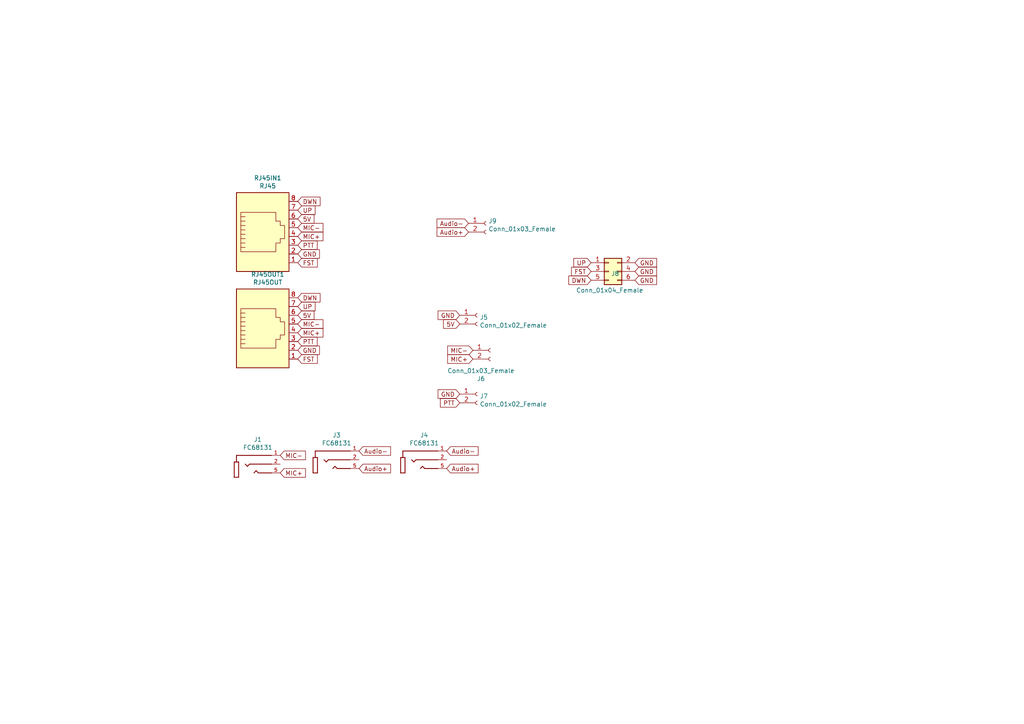
<source format=kicad_sch>
(kicad_sch (version 20210621) (generator eeschema)
  (paper "A4")
  (title_block (title "Mikadpater FT81X") (date "2021-09-30") (rev "1.1") (company "DO7GN"))
  (lib_symbols
    (symbol "Connector:Conn_01x02_Female" (pin_names (offset 1.016) hide)
      (property "Reference" "J" (at 0 2.54 0))
      (property "Value" "Conn_01x02_Female" (at 0 -5.08 0))
      (symbol "Conn_01x02_Female_1_1"
        (arc (start 0 -2.032) (end 0 -3.048) (radius (at 0 -2.54) (length 0.508) (angles 90.1 -90.1)) (stroke (width 0.1524)))
        (arc (start 0 0.508) (end 0 -0.508) (radius (at 0 0) (length 0.508) (angles 90.1 -90.1)) (stroke (width 0.1524)))
        (polyline (pts (xy -1.27 -2.54) (xy -0.508 -2.54)) (stroke (width 0.1524)))
        (polyline (pts (xy -1.27 0) (xy -0.508 0)) (stroke (width 0.1524)))
        (pin passive line (at -5.08 0 0) (length 3.81) (name "Pin_1") (number "1"))
        (pin passive line (at -5.08 -2.54 0) (length 3.81) (name "Pin_2") (number "2"))
      )
    )
    (symbol "Connector:RJ45" (pin_names (offset 1.016))
      (property "Reference" "J" (at -5.08 13.97 0))
      (property "Value" "RJ45" (at 2.54 13.97 0))
      (symbol "RJ45_0_1"
        (rectangle (start 7.62 12.7) (end -7.62 -10.16) (stroke (width 0.254)) (fill (type background)))
        (polyline (pts (xy -5.08 4.445) (xy -6.35 4.445)))
        (polyline (pts (xy -5.08 5.715) (xy -6.35 5.715)))
        (polyline (pts (xy -6.35 -3.175) (xy -5.08 -3.175) (xy -5.08 -3.175)))
        (polyline (pts (xy -6.35 -1.905) (xy -5.08 -1.905) (xy -5.08 -1.905)))
        (polyline (pts (xy -6.35 -0.635) (xy -5.08 -0.635) (xy -5.08 -0.635)))
        (polyline (pts (xy -6.35 0.635) (xy -5.08 0.635) (xy -5.08 0.635)))
        (polyline (pts (xy -6.35 1.905) (xy -5.08 1.905) (xy -5.08 1.905)))
        (polyline (pts (xy -5.08 3.175) (xy -6.35 3.175) (xy -6.35 3.175)))
        (polyline (pts (xy -6.35 -4.445) (xy -6.35 6.985) (xy 3.81 6.985) (xy 3.81 4.445) (xy 5.08 4.445) (xy 5.08 3.175) (xy 6.35 3.175) (xy 6.35 -0.635) (xy 5.08 -0.635) (xy 5.08 -1.905) (xy 3.81 -1.905) (xy 3.81 -4.445) (xy -6.35 -4.445) (xy -6.35 -4.445)))
      )
      (symbol "RJ45_1_1"
        (pin passive line (at 10.16 -7.62 180) (length 2.54) (name "~") (number "1"))
        (pin passive line (at 10.16 -5.08 180) (length 2.54) (name "~") (number "2"))
        (pin passive line (at 10.16 -2.54 180) (length 2.54) (name "~") (number "3"))
        (pin passive line (at 10.16 0 180) (length 2.54) (name "~") (number "4"))
        (pin passive line (at 10.16 2.54 180) (length 2.54) (name "~") (number "5"))
        (pin passive line (at 10.16 5.08 180) (length 2.54) (name "~") (number "6"))
        (pin passive line (at 10.16 7.62 180) (length 2.54) (name "~") (number "7"))
        (pin passive line (at 10.16 10.16 180) (length 2.54) (name "~") (number "8"))
      )
    )
    (symbol "Connector_Generic:Conn_02x03_Odd_Even" (pin_names (offset 1.016) hide)
      (property "Reference" "J" (at 1.27 5.08 0))
      (property "Value" "Conn_02x03_Odd_Even" (at 1.27 -5.08 0))
      (symbol "Conn_02x03_Odd_Even_1_1"
        (rectangle (start -1.27 -2.413) (end 0 -2.667) (stroke (width 0.1524)))
        (rectangle (start -1.27 0.127) (end 0 -0.127) (stroke (width 0.1524)))
        (rectangle (start -1.27 2.667) (end 0 2.413) (stroke (width 0.1524)))
        (rectangle (start 3.81 -2.413) (end 2.54 -2.667) (stroke (width 0.1524)))
        (rectangle (start 3.81 0.127) (end 2.54 -0.127) (stroke (width 0.1524)))
        (rectangle (start 3.81 2.667) (end 2.54 2.413) (stroke (width 0.1524)))
        (rectangle (start -1.27 3.81) (end 3.81 -3.81) (stroke (width 0.254)) (fill (type background)))
        (pin passive line (at -5.08 2.54 0) (length 3.81) (name "Pin_1") (number "1"))
        (pin passive line (at 7.62 2.54 180) (length 3.81) (name "Pin_2") (number "2"))
        (pin passive line (at -5.08 0 0) (length 3.81) (name "Pin_3") (number "3"))
        (pin passive line (at 7.62 0 180) (length 3.81) (name "Pin_4") (number "4"))
        (pin passive line (at -5.08 -2.54 0) (length 3.81) (name "Pin_5") (number "5"))
        (pin passive line (at 7.62 -2.54 180) (length 3.81) (name "Pin_6") (number "6"))
      )
    )
    (symbol "FC68131:FC68131" (pin_names (offset 1.016) hide)
      (property "Reference" "J" (at -5.08 2.54 0))
      (property "Value" "FC68131" (at -5.08 -10.16 0))
      (symbol "FC68131_0_0"
        (polyline (pts (xy -5.715 -6.35) (xy -5.715 -1.905)) (stroke (width 0.254)))
        (polyline (pts (xy -5.715 -1.905) (xy -5.08 -1.905)) (stroke (width 0.254)))
        (polyline (pts (xy -5.08 -1.905) (xy -4.445 -1.905)) (stroke (width 0.254)))
        (polyline (pts (xy -5.08 0) (xy -5.08 -1.905)) (stroke (width 0.254)))
        (polyline (pts (xy -4.445 -6.35) (xy -5.715 -6.35)) (stroke (width 0.254)))
        (polyline (pts (xy -4.445 -1.905) (xy -4.445 -6.35)) (stroke (width 0.254)))
        (polyline (pts (xy -1.905 -3.175) (xy -2.54 -2.54)) (stroke (width 0.254)))
        (polyline (pts (xy -1.27 -2.54) (xy -1.905 -3.175)) (stroke (width 0.254)))
        (polyline (pts (xy 0.635 -4.445) (xy 0 -5.08)) (stroke (width 0.254)))
        (polyline (pts (xy 1.27 -5.08) (xy 0.635 -4.445)) (stroke (width 0.254)))
        (polyline (pts (xy 5.08 -5.08) (xy 1.27 -5.08)) (stroke (width 0.254)))
        (polyline (pts (xy 5.08 -2.54) (xy -1.27 -2.54)) (stroke (width 0.254)))
        (polyline (pts (xy 5.08 0) (xy -5.08 0)) (stroke (width 0.254)))
        (pin passive line (at 7.62 0 180) (length 2.54) (name "~") (number "1"))
        (pin passive line (at 7.62 -2.54 180) (length 2.54) (name "~") (number "2"))
        (pin passive line (at 7.62 -5.08 180) (length 2.54) (name "~") (number "5"))
      )
    )
  )
  (global_label "MIC-" (shape input) (at 81.28 132.08 0) (property "Zwischen-Schaltplan-Referenzen" "${INTERSHEET_REFS}" (effects hide)))
  (global_label "MIC+" (shape input) (at 81.28 137.16 0) (property "Zwischen-Schaltplan-Referenzen" "${INTERSHEET_REFS}" (effects hide)))
  (global_label "DWN" (shape input) (at 86.36 58.42 0) (property "Zwischen-Schaltplan-Referenzen" "${INTERSHEET_REFS}" (effects hide)))
  (global_label "UP" (shape input) (at 86.36 60.96 0) (property "Zwischen-Schaltplan-Referenzen" "${INTERSHEET_REFS}" (effects hide)))
  (global_label "5V" (shape input) (at 86.36 63.5 0) (property "Zwischen-Schaltplan-Referenzen" "${INTERSHEET_REFS}" (effects hide)))
  (global_label "MIC-" (shape input) (at 86.36 66.04 0) (property "Zwischen-Schaltplan-Referenzen" "${INTERSHEET_REFS}" (effects hide)))
  (global_label "MIC+" (shape input) (at 86.36 68.58 0) (property "Zwischen-Schaltplan-Referenzen" "${INTERSHEET_REFS}" (effects hide)))
  (global_label "PTT" (shape input) (at 86.36 71.12 0) (property "Zwischen-Schaltplan-Referenzen" "${INTERSHEET_REFS}" (effects hide)))
  (global_label "GND" (shape input) (at 86.36 73.66 0) (property "Zwischen-Schaltplan-Referenzen" "${INTERSHEET_REFS}" (effects hide)))
  (global_label "FST" (shape input) (at 86.36 76.2 0) (property "Zwischen-Schaltplan-Referenzen" "${INTERSHEET_REFS}" (effects hide)))
  (global_label "DWN" (shape input) (at 86.36 86.36 0) (property "Zwischen-Schaltplan-Referenzen" "${INTERSHEET_REFS}" (effects hide)))
  (global_label "UP" (shape input) (at 86.36 88.9 0) (property "Zwischen-Schaltplan-Referenzen" "${INTERSHEET_REFS}" (effects hide)))
  (global_label "5V" (shape input) (at 86.36 91.44 0) (property "Zwischen-Schaltplan-Referenzen" "${INTERSHEET_REFS}" (effects hide)))
  (global_label "MIC-" (shape input) (at 86.36 93.98 0) (property "Zwischen-Schaltplan-Referenzen" "${INTERSHEET_REFS}" (effects hide)))
  (global_label "MIC+" (shape input) (at 86.36 96.52 0) (property "Zwischen-Schaltplan-Referenzen" "${INTERSHEET_REFS}" (effects hide)))
  (global_label "PTT" (shape input) (at 86.36 99.06 0) (property "Zwischen-Schaltplan-Referenzen" "${INTERSHEET_REFS}" (effects hide)))
  (global_label "GND" (shape input) (at 86.36 101.6 0) (property "Zwischen-Schaltplan-Referenzen" "${INTERSHEET_REFS}" (effects hide)))
  (global_label "FST" (shape input) (at 86.36 104.14 0) (property "Zwischen-Schaltplan-Referenzen" "${INTERSHEET_REFS}" (effects hide)))
  (global_label "Audio-" (shape input) (at 104.14 130.81 0) (property "Zwischen-Schaltplan-Referenzen" "${INTERSHEET_REFS}" (effects hide)))
  (global_label "Audio+" (shape input) (at 104.14 135.89 0) (property "Zwischen-Schaltplan-Referenzen" "${INTERSHEET_REFS}" (effects hide)))
  (global_label "Audio-" (shape input) (at 129.54 130.81 0) (property "Zwischen-Schaltplan-Referenzen" "${INTERSHEET_REFS}" (effects hide)))
  (global_label "Audio+" (shape input) (at 129.54 135.89 0) (property "Zwischen-Schaltplan-Referenzen" "${INTERSHEET_REFS}" (effects hide)))
  (global_label "GND" (shape input) (at 133.35 91.44 180) (property "Zwischen-Schaltplan-Referenzen" "${INTERSHEET_REFS}" (effects hide)))
  (global_label "5V" (shape input) (at 133.35 93.98 180) (property "Zwischen-Schaltplan-Referenzen" "${INTERSHEET_REFS}" (effects hide)))
  (global_label "GND" (shape input) (at 133.35 114.3 180) (property "Zwischen-Schaltplan-Referenzen" "${INTERSHEET_REFS}" (effects hide)))
  (global_label "PTT" (shape input) (at 133.35 116.84 180) (property "Zwischen-Schaltplan-Referenzen" "${INTERSHEET_REFS}" (effects hide)))
  (global_label "Audio-" (shape input) (at 135.89 64.77 180) (property "Zwischen-Schaltplan-Referenzen" "${INTERSHEET_REFS}" (effects hide)))
  (global_label "Audio+" (shape input) (at 135.89 67.31 180) (property "Zwischen-Schaltplan-Referenzen" "${INTERSHEET_REFS}" (effects hide)))
  (global_label "MIC-" (shape input) (at 137.16 101.6 180) (property "Zwischen-Schaltplan-Referenzen" "${INTERSHEET_REFS}" (effects hide)))
  (global_label "MIC+" (shape input) (at 137.16 104.14 180) (property "Zwischen-Schaltplan-Referenzen" "${INTERSHEET_REFS}" (effects hide)))
  (global_label "UP" (shape input) (at 171.45 76.2 180) (property "Zwischen-Schaltplan-Referenzen" "${INTERSHEET_REFS}" (effects hide)))
  (global_label "FST" (shape input) (at 171.45 78.74 180) (property "Zwischen-Schaltplan-Referenzen" "${INTERSHEET_REFS}" (effects hide)))
  (global_label "DWN" (shape input) (at 171.45 81.28 180) (property "Zwischen-Schaltplan-Referenzen" "${INTERSHEET_REFS}" (effects hide)))
  (global_label "GND" (shape input) (at 184.15 76.2 0) (property "Zwischen-Schaltplan-Referenzen" "${INTERSHEET_REFS}" (effects hide)))
  (global_label "GND" (shape input) (at 184.15 78.74 0) (property "Zwischen-Schaltplan-Referenzen" "${INTERSHEET_REFS}" (effects hide)))
  (global_label "GND" (shape input) (at 184.15 81.28 0) (property "Zwischen-Schaltplan-Referenzen" "${INTERSHEET_REFS}" (effects hide)))
  (symbol (lib_id "Connector:Conn_01x02_Female") (at 138.43 91.44 0) (unit 1)
    (property "Reference" "J5" (at 139.1412 92.0496 0) (effects (justify left)))
    (property "Value" "Conn_01x02_Female" (at 139.1412 94.361 0) (effects (justify left)))
    (property "Footprint" "Connector_PinHeader_2.54mm:PinHeader_1x02_P2.54mm_Vertical" (effects hide))
  )
  (symbol (lib_id "Connector:Conn_01x02_Female") (at 138.43 114.3 0) (unit 1)
    (property "Reference" "J7" (at 139.1412 114.9096 0) (effects (justify left)))
    (property "Value" "Conn_01x02_Female" (at 139.1412 117.221 0) (effects (justify left)))
    (property "Footprint" "Connector_PinHeader_2.54mm:PinHeader_1x02_P2.54mm_Vertical" (effects hide))
  )
  (symbol (lib_id "Connector:Conn_01x02_Female") (at 140.97 64.77 0) (unit 1)
    (property "Reference" "J9" (at 141.6812 64.1096 0) (effects (justify left)))
    (property "Value" "Conn_01x03_Female" (at 141.6812 66.421 0) (effects (justify left)))
    (property "Footprint" "Connector_PinHeader_2.54mm:PinHeader_1x02_P2.54mm_Vertical" (effects hide))
  )
  (symbol (lib_id "Connector:Conn_01x02_Female") (at 142.24 101.6 0) (unit 1)
    (property "Reference" "J6" (at 139.4968 109.855 0))
    (property "Value" "Conn_01x03_Female" (at 139.4968 107.5436 0))
    (property "Footprint" "Connector_PinHeader_2.54mm:PinHeader_1x02_P2.54mm_Vertical" (effects hide))
  )
  (symbol (lib_id "FC68131:FC68131") (at 73.66 132.08 0) (unit 1)
    (property "Reference" "J1" (at 74.7776 127.4826 0))
    (property "Value" "FC68131" (at 74.7776 129.794 0))
    (property "Footprint" "Addtional_DO7GN:CLIFF_FC68131" (effects hide))
    (property "STANDARD" "Manufacturer Recommendations" (effects hide))
    (property "MANUFACTURER" "Cliff" (effects hide))
    (property "MAXIMUM_PACKAGE_HEIGHT" "6.00 mm" (effects hide))
    (property "PARTREV" "5" (effects hide))
  )
  (symbol (lib_id "FC68131:FC68131") (at 96.52 130.81 0) (unit 1)
    (property "Reference" "J3" (at 97.6376 126.2126 0))
    (property "Value" "FC68131" (at 97.6376 128.524 0))
    (property "Footprint" "Addtional_DO7GN:CLIFF_FC68131" (effects hide))
    (property "STANDARD" "Manufacturer Recommendations" (effects hide))
    (property "MANUFACTURER" "Cliff" (effects hide))
    (property "MAXIMUM_PACKAGE_HEIGHT" "6.00 mm" (effects hide))
    (property "PARTREV" "5" (effects hide))
  )
  (symbol (lib_id "FC68131:FC68131") (at 121.92 130.81 0) (unit 1)
    (property "Reference" "J4" (at 123.0376 126.2126 0))
    (property "Value" "FC68131" (at 123.0376 128.524 0))
    (property "Footprint" "Addtional_DO7GN:CLIFF_FC68131" (effects hide))
    (property "STANDARD" "Manufacturer Recommendations" (effects hide))
    (property "MANUFACTURER" "Cliff" (effects hide))
    (property "MAXIMUM_PACKAGE_HEIGHT" "6.00 mm" (effects hide))
    (property "PARTREV" "5" (effects hide))
  )
  (symbol (lib_id "Connector_Generic:Conn_02x03_Odd_Even") (at 176.53 78.74 0) (unit 1)
    (property "Reference" "J8" (at 177.2412 79.3496 0) (effects (justify left)))
    (property "Value" "Conn_01x04_Female" (at 167.0812 84.201 0) (effects (justify left)))
    (property "Footprint" "Connector_PinHeader_2.54mm:PinHeader_2x03_P2.54mm_Vertical" (effects hide))
  )
  (symbol (lib_id "Connector:RJ45") (at 76.2 68.58 0) (unit 1)
    (property "Reference" "RJ45IN1" (at 77.6478 51.6382 0))
    (property "Value" "RJ45" (at 77.6478 53.9496 0))
    (property "Footprint" "Connector_RJ:RJ45_Wuerth_7499010001A_Horizontal" (effects hide))
  )
  (symbol (lib_id "Connector:RJ45") (at 76.2 96.52 0) (unit 1)
    (property "Reference" "RJ45OUT1" (at 77.6478 79.5782 0))
    (property "Value" "RJ45OUT" (at 77.6478 81.8896 0))
    (property "Footprint" "Connector_RJ:RJ45_Wuerth_7499010001A_Horizontal" (effects hide))
  )
)
</source>
